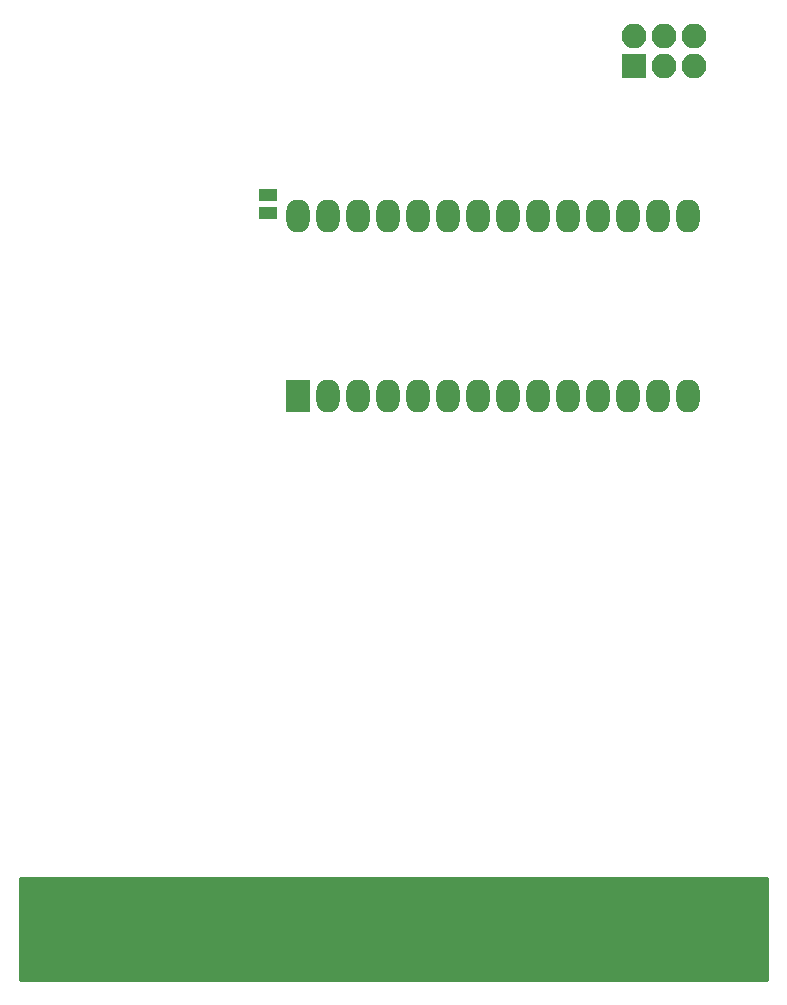
<source format=gbs>
G04 #@! TF.GenerationSoftware,KiCad,Pcbnew,(2018-02-09 revision dba198e57)-makepkg*
G04 #@! TF.CreationDate,2018-02-11T15:57:52+01:00*
G04 #@! TF.ProjectId,videopaccart,766964656F706163636172742E6B6963,rev?*
G04 #@! TF.SameCoordinates,Original*
G04 #@! TF.FileFunction,Soldermask,Bot*
G04 #@! TF.FilePolarity,Negative*
%FSLAX46Y46*%
G04 Gerber Fmt 4.6, Leading zero omitted, Abs format (unit mm)*
G04 Created by KiCad (PCBNEW (2018-02-09 revision dba198e57)-makepkg) date 02/11/18 15:57:52*
%MOMM*%
%LPD*%
G01*
G04 APERTURE LIST*
%ADD10R,2.100000X2.100000*%
%ADD11O,2.100000X2.100000*%
%ADD12O,2.000000X2.800000*%
%ADD13R,2.000000X2.800000*%
%ADD14R,1.543000X1.035000*%
%ADD15C,0.254000*%
G04 APERTURE END LIST*
D10*
X172720000Y-53340000D03*
D11*
X172720000Y-50800000D03*
X175260000Y-53340000D03*
X175260000Y-50800000D03*
X177800000Y-53340000D03*
X177800000Y-50800000D03*
D12*
X144272000Y-66040000D03*
X177292000Y-81280000D03*
X146812000Y-66040000D03*
X174752000Y-81280000D03*
X149352000Y-66040000D03*
X172212000Y-81280000D03*
X151892000Y-66040000D03*
X169672000Y-81280000D03*
X154432000Y-66040000D03*
X167132000Y-81280000D03*
X156972000Y-66040000D03*
X164592000Y-81280000D03*
X159512000Y-66040000D03*
X162052000Y-81280000D03*
X162052000Y-66040000D03*
X159512000Y-81280000D03*
X164592000Y-66040000D03*
X156972000Y-81280000D03*
X167132000Y-66040000D03*
X154432000Y-81280000D03*
X169672000Y-66040000D03*
X151892000Y-81280000D03*
X172212000Y-66040000D03*
X149352000Y-81280000D03*
X174752000Y-66040000D03*
X146812000Y-81280000D03*
X177292000Y-66040000D03*
D13*
X144272000Y-81280000D03*
D14*
X141732000Y-64262000D03*
X141732000Y-65786000D03*
D15*
G36*
X184023000Y-130683000D02*
X120777000Y-130683000D01*
X120777000Y-122047000D01*
X184023000Y-122047000D01*
X184023000Y-130683000D01*
X184023000Y-130683000D01*
G37*
X184023000Y-130683000D02*
X120777000Y-130683000D01*
X120777000Y-122047000D01*
X184023000Y-122047000D01*
X184023000Y-130683000D01*
M02*

</source>
